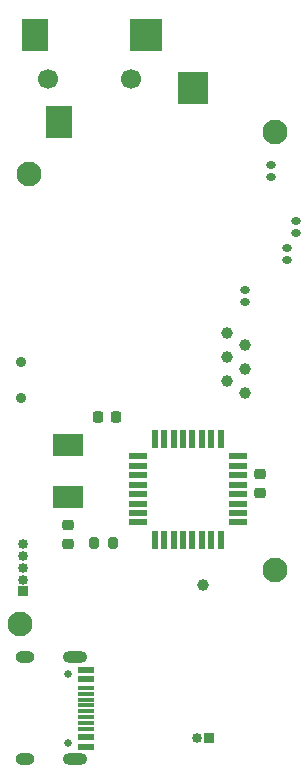
<source format=gbr>
%TF.GenerationSoftware,KiCad,Pcbnew,(6.0.5)*%
%TF.CreationDate,2022-06-01T22:14:55+05:30*%
%TF.ProjectId,PORTABLE_ECG_MACHINE,504f5254-4142-44c4-955f-4543475f4d41,rev-1*%
%TF.SameCoordinates,Original*%
%TF.FileFunction,Soldermask,Bot*%
%TF.FilePolarity,Negative*%
%FSLAX46Y46*%
G04 Gerber Fmt 4.6, Leading zero omitted, Abs format (unit mm)*
G04 Created by KiCad (PCBNEW (6.0.5)) date 2022-06-01 22:14:55*
%MOMM*%
%LPD*%
G01*
G04 APERTURE LIST*
G04 Aperture macros list*
%AMRoundRect*
0 Rectangle with rounded corners*
0 $1 Rounding radius*
0 $2 $3 $4 $5 $6 $7 $8 $9 X,Y pos of 4 corners*
0 Add a 4 corners polygon primitive as box body*
4,1,4,$2,$3,$4,$5,$6,$7,$8,$9,$2,$3,0*
0 Add four circle primitives for the rounded corners*
1,1,$1+$1,$2,$3*
1,1,$1+$1,$4,$5*
1,1,$1+$1,$6,$7*
1,1,$1+$1,$8,$9*
0 Add four rect primitives between the rounded corners*
20,1,$1+$1,$2,$3,$4,$5,0*
20,1,$1+$1,$4,$5,$6,$7,0*
20,1,$1+$1,$6,$7,$8,$9,0*
20,1,$1+$1,$8,$9,$2,$3,0*%
G04 Aperture macros list end*
%ADD10C,2.100000*%
%ADD11C,0.900000*%
%ADD12R,0.850000X0.850000*%
%ADD13O,0.850000X0.850000*%
%ADD14C,0.650000*%
%ADD15R,1.450000X0.600000*%
%ADD16R,1.450000X0.300000*%
%ADD17O,2.100000X1.000000*%
%ADD18O,1.600000X1.000000*%
%ADD19R,2.500000X1.900000*%
%ADD20O,0.800000X0.700000*%
%ADD21RoundRect,0.500000X0.000000X0.000000X0.000000X0.000000X0.000000X0.000000X0.000000X0.000000X0*%
%ADD22RoundRect,0.500000X0.000000X0.000000X0.000000X0.000000X0.000000X0.000000X0.000000X0.000000X0*%
%ADD23RoundRect,0.225000X0.250000X-0.225000X0.250000X0.225000X-0.250000X0.225000X-0.250000X-0.225000X0*%
%ADD24RoundRect,0.200000X-0.200000X-0.275000X0.200000X-0.275000X0.200000X0.275000X-0.200000X0.275000X0*%
%ADD25RoundRect,0.225000X-0.250000X0.225000X-0.250000X-0.225000X0.250000X-0.225000X0.250000X0.225000X0*%
%ADD26R,1.600000X0.550000*%
%ADD27R,0.550000X1.600000*%
%ADD28RoundRect,0.225000X0.225000X0.250000X-0.225000X0.250000X-0.225000X-0.250000X0.225000X-0.250000X0*%
%ADD29C,1.700000*%
%ADD30R,2.200000X2.800000*%
%ADD31R,2.800000X2.800000*%
%ADD32R,2.600000X2.800000*%
%ADD33C,1.000000*%
G04 APERTURE END LIST*
D10*
%TO.C,REF\u002A\u002A*%
X107188000Y-71628000D03*
%TD*%
%TO.C,REF\u002A\u002A*%
X107188000Y-34544000D03*
%TD*%
%TO.C,REF\u002A\u002A*%
X85598000Y-76200000D03*
%TD*%
%TO.C,REF\u002A\u002A*%
X86360000Y-38100000D03*
%TD*%
D11*
%TO.C,SW1*%
X85670000Y-54000000D03*
X85670000Y-57000000D03*
%TD*%
D12*
%TO.C,J3*%
X101600000Y-85852000D03*
D13*
X100600000Y-85852000D03*
%TD*%
D14*
%TO.C,J4*%
X89722000Y-80422000D03*
X89722000Y-86202000D03*
D15*
X91167000Y-86562000D03*
X91167000Y-85762000D03*
D16*
X91167000Y-84562000D03*
X91167000Y-83562000D03*
X91167000Y-83062000D03*
X91167000Y-82062000D03*
D15*
X91167000Y-80862000D03*
X91167000Y-80062000D03*
X91167000Y-80062000D03*
X91167000Y-80862000D03*
D16*
X91167000Y-81562000D03*
X91167000Y-82562000D03*
X91167000Y-84062000D03*
X91167000Y-85062000D03*
D15*
X91167000Y-85762000D03*
X91167000Y-86562000D03*
D17*
X90252000Y-78992000D03*
X90252000Y-87632000D03*
D18*
X86072000Y-87632000D03*
X86072000Y-78992000D03*
%TD*%
D19*
%TO.C,Y1*%
X89662000Y-61046000D03*
X89662000Y-65446000D03*
%TD*%
D12*
%TO.C,J1*%
X85852000Y-73406000D03*
D13*
X85852000Y-72406000D03*
X85852000Y-71406000D03*
X85852000Y-70406000D03*
X85852000Y-69406000D03*
%TD*%
D20*
%TO.C,JP4*%
X104658000Y-47930000D03*
X104658000Y-48930000D03*
%TD*%
D21*
%TO.C,J5*%
X104648000Y-56642000D03*
X103124000Y-55626000D03*
X104648000Y-54610000D03*
X103124000Y-53594000D03*
D22*
X104648000Y-52578000D03*
D21*
X103124000Y-51562000D03*
%TD*%
D20*
%TO.C,JP6*%
X106837000Y-37300000D03*
X106837000Y-38300000D03*
%TD*%
D23*
%TO.C,C12*%
X105918000Y-65037000D03*
X105918000Y-63487000D03*
%TD*%
D24*
%TO.C,R11*%
X91885000Y-69342000D03*
X93535000Y-69342000D03*
%TD*%
D25*
%TO.C,C13*%
X89662000Y-67805000D03*
X89662000Y-69355000D03*
%TD*%
D26*
%TO.C,U3*%
X95572000Y-67570000D03*
X95572000Y-66770000D03*
X95572000Y-65970000D03*
X95572000Y-65170000D03*
X95572000Y-64370000D03*
X95572000Y-63570000D03*
X95572000Y-62770000D03*
X95572000Y-61970000D03*
D27*
X97022000Y-60520000D03*
X97822000Y-60520000D03*
X98622000Y-60520000D03*
X99422000Y-60520000D03*
X100222000Y-60520000D03*
X101022000Y-60520000D03*
X101822000Y-60520000D03*
X102622000Y-60520000D03*
D26*
X104072000Y-61970000D03*
X104072000Y-62770000D03*
X104072000Y-63570000D03*
X104072000Y-64370000D03*
X104072000Y-65170000D03*
X104072000Y-65970000D03*
X104072000Y-66770000D03*
X104072000Y-67570000D03*
D27*
X102622000Y-69020000D03*
X101822000Y-69020000D03*
X101022000Y-69020000D03*
X100222000Y-69020000D03*
X99422000Y-69020000D03*
X98622000Y-69020000D03*
X97822000Y-69020000D03*
X97022000Y-69020000D03*
%TD*%
D20*
%TO.C,JP3*%
X108976000Y-42088000D03*
X108976000Y-43088000D03*
%TD*%
%TO.C,JP5*%
X108214000Y-44374000D03*
X108214000Y-45374000D03*
%TD*%
D28*
%TO.C,C14*%
X93739000Y-58674000D03*
X92189000Y-58674000D03*
%TD*%
D29*
%TO.C,J2*%
X88000000Y-30000000D03*
X95000000Y-30000000D03*
D30*
X88900000Y-33700000D03*
X86900000Y-26300000D03*
D31*
X96300000Y-26300000D03*
D32*
X100300000Y-30750000D03*
%TD*%
D33*
%TO.C,TP1*%
X101092000Y-72898000D03*
%TD*%
M02*

</source>
